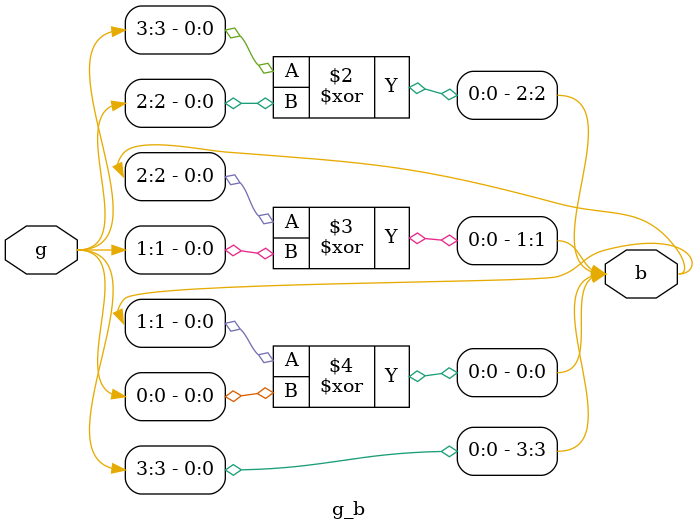
<source format=v>
module g_b(input [3:0] g,      // 4-bit Gray code input
           output reg [3:0] b  // 4-bit Binary output
          );

    // Always block triggers on any change in input signals (combinational logic)
    always @(*) 
           begin
        // The most significant bit (MSB) is the same in both Gray and Binary
             b[3] = g[3];
        // using begin and end keywords for grouped multi statement it is in sequencial manner or use "fork-join" for concurrent manner can observe the differences blw them

        // Each lower bit is computed by XOR the previous binary bit with the current gray bit

             b[2] = b[3] ^ g[2];
             b[1] = b[2] ^ g[1];
             b[0] = b[1] ^ g[0];
           end

       
endmodule

</source>
